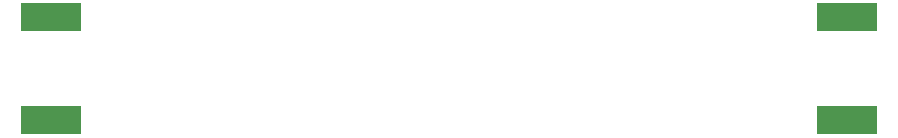
<source format=gbr>
G04 #@! TF.GenerationSoftware,KiCad,Pcbnew,(5.1.5)-3*
G04 #@! TF.CreationDate,2020-04-03T09:15:43-04:00*
G04 #@! TF.ProjectId,Project,50726f6a-6563-4742-9e6b-696361645f70,rev?*
G04 #@! TF.SameCoordinates,Original*
G04 #@! TF.FileFunction,Paste,Bot*
G04 #@! TF.FilePolarity,Positive*
%FSLAX46Y46*%
G04 Gerber Fmt 4.6, Leading zero omitted, Abs format (unit mm)*
G04 Created by KiCad (PCBNEW (5.1.5)-3) date 2020-04-03 09:15:43*
%MOMM*%
%LPD*%
G04 APERTURE LIST*
%ADD10R,5.080000X2.420000*%
G04 APERTURE END LIST*
D10*
X196420000Y-115000000D03*
X196420000Y-123760000D03*
X129090000Y-115000000D03*
X129090000Y-123760000D03*
M02*

</source>
